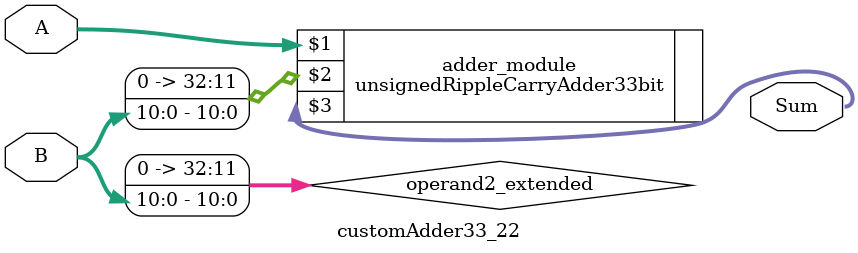
<source format=v>
module customAdder33_22(
                        input [32 : 0] A,
                        input [10 : 0] B,
                        
                        output [33 : 0] Sum
                );

        wire [32 : 0] operand2_extended;
        
        assign operand2_extended =  {22'b0, B};
        
        unsignedRippleCarryAdder33bit adder_module(
            A,
            operand2_extended,
            Sum
        );
        
        endmodule
        
</source>
